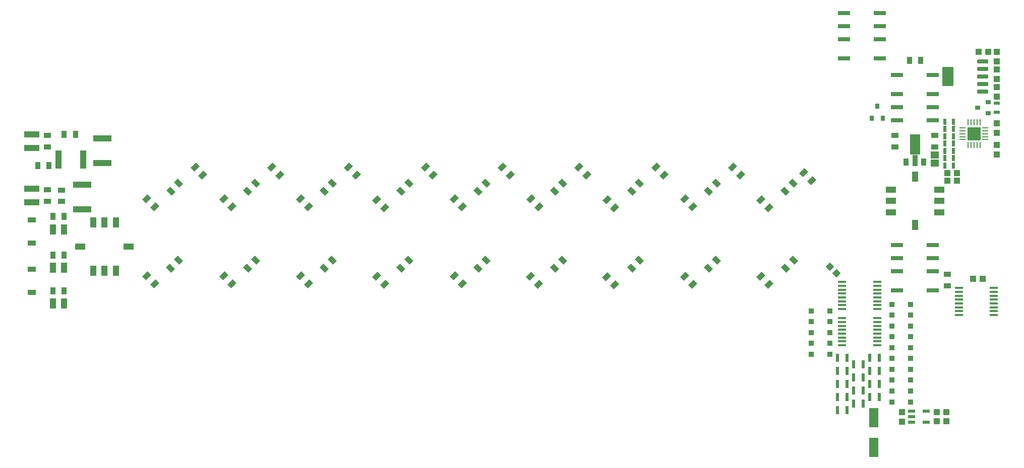
<source format=gtp>
G04*
G04 #@! TF.GenerationSoftware,Altium Limited,Altium Designer,21.7.1 (17)*
G04*
G04 Layer_Color=8421504*
%FSLAX44Y44*%
%MOMM*%
G71*
G04*
G04 #@! TF.SameCoordinates,6DA6EFF2-A010-467E-8A55-43E705FB17ED*
G04*
G04*
G04 #@! TF.FilePolarity,Positive*
G04*
G01*
G75*
%ADD17R,1.6000X3.2000*%
%ADD18R,0.9000X0.9500*%
%ADD19R,1.4000X0.8500*%
%ADD20R,1.0000X1.0000*%
%ADD21R,2.5400X1.0200*%
%ADD22R,1.0200X1.7800*%
%ADD23R,3.0500X1.1400*%
%ADD24R,1.1400X3.0500*%
%ADD25R,0.9000X1.3000*%
%ADD26R,1.0200X1.7800*%
%ADD27R,1.7800X1.0200*%
%ADD28R,1.3000X0.9000*%
G04:AMPARAMS|DCode=29|XSize=3.15mm|YSize=1.8mm|CornerRadius=0.054mm|HoleSize=0mm|Usage=FLASHONLY|Rotation=270.000|XOffset=0mm|YOffset=0mm|HoleType=Round|Shape=RoundedRectangle|*
%AMROUNDEDRECTD29*
21,1,3.1500,1.6920,0,0,270.0*
21,1,3.0420,1.8000,0,0,270.0*
1,1,0.1080,-0.8460,-1.5210*
1,1,0.1080,-0.8460,1.5210*
1,1,0.1080,0.8460,1.5210*
1,1,0.1080,0.8460,-1.5210*
%
%ADD29ROUNDEDRECTD29*%
G04:AMPARAMS|DCode=30|XSize=0.6mm|YSize=1.8mm|CornerRadius=0.051mm|HoleSize=0mm|Usage=FLASHONLY|Rotation=270.000|XOffset=0mm|YOffset=0mm|HoleType=Round|Shape=RoundedRectangle|*
%AMROUNDEDRECTD30*
21,1,0.6000,1.6980,0,0,270.0*
21,1,0.4980,1.8000,0,0,270.0*
1,1,0.1020,-0.8490,-0.2490*
1,1,0.1020,-0.8490,0.2490*
1,1,0.1020,0.8490,0.2490*
1,1,0.1020,0.8490,-0.2490*
%
%ADD30ROUNDEDRECTD30*%
%ADD31R,1.0000X1.0000*%
%ADD32R,1.4800X0.4500*%
%ADD33R,0.2500X1.0000*%
%ADD34R,1.0000X0.2500*%
%ADD35R,2.2000X2.2000*%
%ADD36R,0.8000X0.9000*%
%ADD37R,0.9720X0.8020*%
%ADD38R,1.0000X0.5000*%
%ADD39R,1.2000X0.6000*%
%ADD40R,0.6000X1.4500*%
%ADD41R,2.0000X0.7000*%
%ADD42R,0.8600X1.2700*%
%ADD43R,1.3562X1.1544*%
G04:AMPARAMS|DCode=44|XSize=1.3mm|YSize=0.9mm|CornerRadius=0mm|HoleSize=0mm|Usage=FLASHONLY|Rotation=45.000|XOffset=0mm|YOffset=0mm|HoleType=Round|Shape=Rectangle|*
%AMROTATEDRECTD44*
4,1,4,-0.1414,-0.7778,-0.7778,-0.1414,0.1414,0.7778,0.7778,0.1414,-0.1414,-0.7778,0.0*
%
%ADD44ROTATEDRECTD44*%

G04:AMPARAMS|DCode=45|XSize=1.3mm|YSize=0.9mm|CornerRadius=0mm|HoleSize=0mm|Usage=FLASHONLY|Rotation=315.000|XOffset=0mm|YOffset=0mm|HoleType=Round|Shape=Rectangle|*
%AMROTATEDRECTD45*
4,1,4,-0.7778,0.1414,-0.1414,0.7778,0.7778,-0.1414,0.1414,-0.7778,-0.7778,0.1414,0.0*
%
%ADD45ROTATEDRECTD45*%

%ADD46R,1.8000X3.4800*%
%ADD47R,0.8600X1.8500*%
%ADD48R,0.5000X1.0000*%
%ADD49P,1.4142X4X270.0*%
D17*
X1482500Y21750D02*
D03*
Y71750D02*
D03*
D18*
X1377500Y251500D02*
D03*
X1409000D02*
D03*
X1513000Y98250D02*
D03*
X1544500D02*
D03*
Y116500D02*
D03*
X1513000D02*
D03*
X1377500Y215000D02*
D03*
X1409000D02*
D03*
X1377500Y178500D02*
D03*
X1409000D02*
D03*
X1377500Y196750D02*
D03*
X1409000D02*
D03*
X1544500Y207750D02*
D03*
X1513000D02*
D03*
X1544500Y189500D02*
D03*
X1513000D02*
D03*
X1544500Y171250D02*
D03*
X1513000D02*
D03*
X1544500Y153000D02*
D03*
X1513000D02*
D03*
X1544500Y134750D02*
D03*
X1513000D02*
D03*
X1377500Y233250D02*
D03*
X1409000D02*
D03*
X1544500Y244250D02*
D03*
X1513000D02*
D03*
X1544500Y262500D02*
D03*
X1513000D02*
D03*
X1544500Y226000D02*
D03*
X1513000D02*
D03*
D19*
X69250Y404250D02*
D03*
Y365250D02*
D03*
Y282750D02*
D03*
Y321750D02*
D03*
D20*
X1530000Y81250D02*
D03*
Y65250D02*
D03*
X1689500Y566750D02*
D03*
Y550750D02*
D03*
Y514500D02*
D03*
Y530500D02*
D03*
Y611750D02*
D03*
Y627750D02*
D03*
Y657250D02*
D03*
Y641250D02*
D03*
Y671000D02*
D03*
Y687000D02*
D03*
D21*
X69250Y434000D02*
D03*
Y457000D02*
D03*
Y548250D02*
D03*
Y525250D02*
D03*
D22*
X122750Y388000D02*
D03*
X104750D02*
D03*
Y323750D02*
D03*
X122750D02*
D03*
Y263500D02*
D03*
X104750D02*
D03*
D23*
X187750Y541500D02*
D03*
Y500000D02*
D03*
X154000Y463500D02*
D03*
Y422000D02*
D03*
D24*
X155250Y506000D02*
D03*
X113750D02*
D03*
D25*
X104250Y345000D02*
D03*
X123250D02*
D03*
Y548250D02*
D03*
X142250D02*
D03*
X78750Y495500D02*
D03*
X97750D02*
D03*
X104250Y410000D02*
D03*
X123250D02*
D03*
Y285250D02*
D03*
X104250D02*
D03*
X1543000Y672500D02*
D03*
X1562000D02*
D03*
D26*
X210350Y400400D02*
D03*
X191250D02*
D03*
X172150D02*
D03*
Y319100D02*
D03*
X191250D02*
D03*
X210350D02*
D03*
X1552000Y395600D02*
D03*
Y476900D02*
D03*
D27*
X150600Y359750D02*
D03*
X231900D02*
D03*
X1511350Y455350D02*
D03*
Y436250D02*
D03*
Y417150D02*
D03*
X1592650D02*
D03*
Y436250D02*
D03*
Y455350D02*
D03*
D28*
X95500Y546250D02*
D03*
Y527250D02*
D03*
Y436000D02*
D03*
Y455000D02*
D03*
X118750Y435750D02*
D03*
Y454750D02*
D03*
X1518750Y527500D02*
D03*
Y546500D02*
D03*
X1585500D02*
D03*
Y527500D02*
D03*
X1606250Y293750D02*
D03*
Y312750D02*
D03*
D29*
X1607500Y646100D02*
D03*
D30*
X1666000Y671500D02*
D03*
Y658800D02*
D03*
Y646100D02*
D03*
Y633400D02*
D03*
Y620700D02*
D03*
D31*
X1675250Y687000D02*
D03*
X1659250D02*
D03*
X1665500Y305500D02*
D03*
X1649500D02*
D03*
X1606500Y470250D02*
D03*
X1622500D02*
D03*
X1606500Y483250D02*
D03*
X1622500D02*
D03*
X1604500Y80750D02*
D03*
X1588500D02*
D03*
X1604500Y65750D02*
D03*
X1588500D02*
D03*
D32*
X1625900Y289750D02*
D03*
Y283250D02*
D03*
Y276750D02*
D03*
Y270250D02*
D03*
Y263750D02*
D03*
Y257250D02*
D03*
Y250750D02*
D03*
Y244250D02*
D03*
X1684600D02*
D03*
Y250750D02*
D03*
Y257250D02*
D03*
Y263750D02*
D03*
Y270250D02*
D03*
Y276750D02*
D03*
Y283250D02*
D03*
Y289750D02*
D03*
X1488600Y239000D02*
D03*
Y232500D02*
D03*
Y226000D02*
D03*
Y219500D02*
D03*
Y213000D02*
D03*
Y206500D02*
D03*
Y200000D02*
D03*
Y193500D02*
D03*
X1429900D02*
D03*
Y200000D02*
D03*
Y206500D02*
D03*
Y213000D02*
D03*
Y219500D02*
D03*
Y226000D02*
D03*
Y232500D02*
D03*
Y239000D02*
D03*
X1488600Y300000D02*
D03*
Y293500D02*
D03*
Y287000D02*
D03*
Y280500D02*
D03*
Y274000D02*
D03*
Y267500D02*
D03*
Y261000D02*
D03*
Y254500D02*
D03*
X1429900D02*
D03*
Y261000D02*
D03*
Y267500D02*
D03*
Y274000D02*
D03*
Y280500D02*
D03*
Y287000D02*
D03*
Y293500D02*
D03*
Y300000D02*
D03*
D33*
X1641250Y530500D02*
D03*
X1646250D02*
D03*
X1651250D02*
D03*
X1656250D02*
D03*
X1661250D02*
D03*
Y568500D02*
D03*
X1656250D02*
D03*
X1651250D02*
D03*
X1646250D02*
D03*
X1641250D02*
D03*
D34*
X1670250Y539500D02*
D03*
Y544500D02*
D03*
Y549500D02*
D03*
Y554500D02*
D03*
Y559500D02*
D03*
X1632250D02*
D03*
Y554500D02*
D03*
Y549500D02*
D03*
Y544500D02*
D03*
Y539500D02*
D03*
D35*
X1651250Y549500D02*
D03*
D36*
X1489000Y595500D02*
D03*
X1498500Y575500D02*
D03*
X1479500D02*
D03*
D37*
X1675100Y583500D02*
D03*
Y602500D02*
D03*
X1657400Y593000D02*
D03*
D38*
X1689500Y585500D02*
D03*
Y600500D02*
D03*
D39*
X1571000Y82750D02*
D03*
Y63750D02*
D03*
X1546000D02*
D03*
Y73250D02*
D03*
Y82750D02*
D03*
D40*
X1476000Y106750D02*
D03*
X1449000Y95750D02*
D03*
X1422000Y106750D02*
D03*
X1449000Y117750D02*
D03*
X1476000Y128750D02*
D03*
X1422000Y84750D02*
D03*
Y128750D02*
D03*
X1449000Y139750D02*
D03*
X1476000Y150750D02*
D03*
X1422000D02*
D03*
X1449000Y161750D02*
D03*
X1476000Y172750D02*
D03*
X1422000D02*
D03*
X1492000Y106750D02*
D03*
X1465000Y95750D02*
D03*
X1438000Y106750D02*
D03*
X1465000Y117750D02*
D03*
X1492000Y128750D02*
D03*
X1438000D02*
D03*
X1465000Y139750D02*
D03*
X1492000Y150750D02*
D03*
X1438000D02*
D03*
X1465000Y161750D02*
D03*
X1492000Y172750D02*
D03*
X1438000D02*
D03*
Y84750D02*
D03*
D41*
X1522000Y572000D02*
D03*
X1582000D02*
D03*
X1433000Y708000D02*
D03*
Y730000D02*
D03*
Y752000D02*
D03*
X1493000Y708000D02*
D03*
Y730000D02*
D03*
Y752000D02*
D03*
Y676000D02*
D03*
X1433000D02*
D03*
X1582000Y616000D02*
D03*
Y594000D02*
D03*
X1522000Y616000D02*
D03*
Y594000D02*
D03*
Y648000D02*
D03*
X1582000D02*
D03*
X1522000Y318250D02*
D03*
Y340250D02*
D03*
Y362250D02*
D03*
X1582000Y318250D02*
D03*
Y340250D02*
D03*
Y362250D02*
D03*
Y286250D02*
D03*
X1522000D02*
D03*
D42*
X1537000Y501450D02*
D03*
X1567000D02*
D03*
D43*
X1585250Y513759D02*
D03*
Y500241D02*
D03*
D44*
X342837Y493375D02*
D03*
X275718Y426283D02*
D03*
Y297000D02*
D03*
X471837Y493375D02*
D03*
X404717Y426283D02*
D03*
Y297000D02*
D03*
X600837Y493375D02*
D03*
X533717Y426283D02*
D03*
Y297000D02*
D03*
X729837Y493375D02*
D03*
X661468Y424782D02*
D03*
X661250Y296000D02*
D03*
X858837Y493375D02*
D03*
X791718Y426283D02*
D03*
X791718Y297033D02*
D03*
X987837Y493375D02*
D03*
X920717Y426283D02*
D03*
X919467Y296033D02*
D03*
X1116837Y493375D02*
D03*
X1048000Y424500D02*
D03*
X1047968Y295282D02*
D03*
X1245533Y492967D02*
D03*
X1179006Y426283D02*
D03*
X1178717Y296033D02*
D03*
X1365533Y483968D02*
D03*
X1306467Y424782D02*
D03*
X1306467Y296033D02*
D03*
X356272Y479940D02*
D03*
X262283Y310435D02*
D03*
Y439717D02*
D03*
X485272Y479940D02*
D03*
X391283Y310435D02*
D03*
Y439717D02*
D03*
X614272Y479940D02*
D03*
X520283Y310435D02*
D03*
Y439717D02*
D03*
X743272Y479940D02*
D03*
X647815Y309435D02*
D03*
X648033Y438218D02*
D03*
X872272Y479940D02*
D03*
X778282Y310467D02*
D03*
X778282Y439717D02*
D03*
X1001272Y479940D02*
D03*
X906032Y309468D02*
D03*
X907282Y439717D02*
D03*
X1130272Y479940D02*
D03*
X1034532Y308717D02*
D03*
X1034565Y437935D02*
D03*
X1258968Y479533D02*
D03*
X1165283Y309468D02*
D03*
X1165571Y439717D02*
D03*
X1378967Y470532D02*
D03*
X1293033Y309468D02*
D03*
X1293033Y438218D02*
D03*
D45*
X315718Y465967D02*
D03*
X315518Y336968D02*
D03*
X302283Y452533D02*
D03*
X302083Y323532D02*
D03*
X444518Y465967D02*
D03*
Y336968D02*
D03*
X431082Y452533D02*
D03*
Y323532D02*
D03*
X573517Y465967D02*
D03*
Y336968D02*
D03*
X560083Y452533D02*
D03*
Y323532D02*
D03*
X702517Y465967D02*
D03*
Y336968D02*
D03*
X689082Y452533D02*
D03*
Y323532D02*
D03*
X831517Y465967D02*
D03*
Y336968D02*
D03*
X818083Y452533D02*
D03*
Y323532D02*
D03*
X960518Y465967D02*
D03*
Y336968D02*
D03*
X947083Y452533D02*
D03*
Y323532D02*
D03*
X1089518Y465967D02*
D03*
Y336968D02*
D03*
X1076083Y452533D02*
D03*
Y323532D02*
D03*
X1218629Y465967D02*
D03*
X1218806Y336968D02*
D03*
X1205194Y452533D02*
D03*
X1205371Y323532D02*
D03*
X1347694Y465967D02*
D03*
X1347871Y336968D02*
D03*
X1334259Y452533D02*
D03*
X1334436Y323532D02*
D03*
D46*
X1552000Y531000D02*
D03*
D47*
Y504350D02*
D03*
D48*
X1617000Y496250D02*
D03*
X1602000D02*
D03*
Y508500D02*
D03*
X1617000D02*
D03*
X1602000Y569750D02*
D03*
X1617000D02*
D03*
X1602000Y520750D02*
D03*
X1617000D02*
D03*
X1602000Y533000D02*
D03*
X1617000D02*
D03*
X1602000Y545250D02*
D03*
X1617000D02*
D03*
X1602000Y557500D02*
D03*
X1617000D02*
D03*
D49*
X1420407Y314343D02*
D03*
X1409093Y325657D02*
D03*
M02*

</source>
